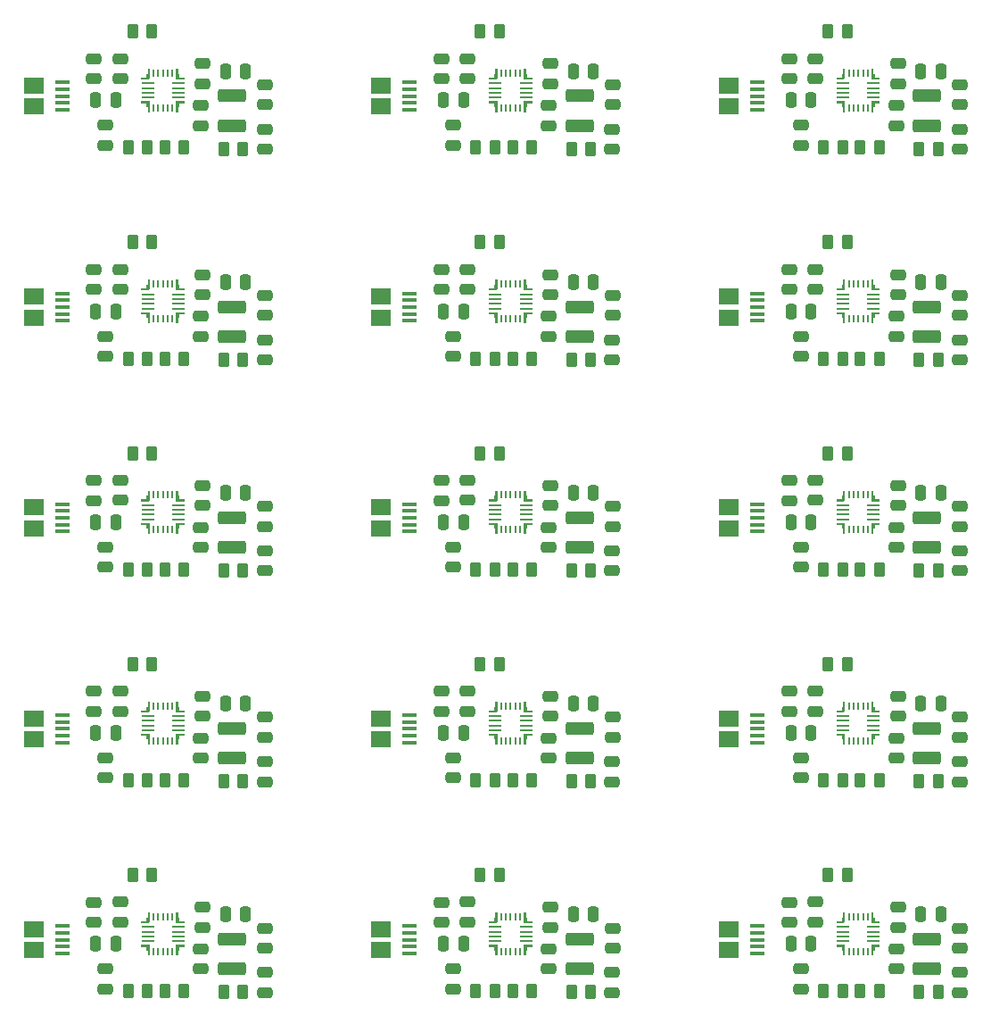
<source format=gbr>
%TF.GenerationSoftware,KiCad,Pcbnew,(6.0.11)*%
%TF.CreationDate,2023-10-19T09:40:57-03:00*%
%TF.ProjectId,gerenciador_de_bateria_2.0,67657265-6e63-4696-9164-6f725f64655f,rev?*%
%TF.SameCoordinates,Original*%
%TF.FileFunction,Paste,Top*%
%TF.FilePolarity,Positive*%
%FSLAX46Y46*%
G04 Gerber Fmt 4.6, Leading zero omitted, Abs format (unit mm)*
G04 Created by KiCad (PCBNEW (6.0.11)) date 2023-10-19 09:40:57*
%MOMM*%
%LPD*%
G01*
G04 APERTURE LIST*
G04 Aperture macros list*
%AMRoundRect*
0 Rectangle with rounded corners*
0 $1 Rounding radius*
0 $2 $3 $4 $5 $6 $7 $8 $9 X,Y pos of 4 corners*
0 Add a 4 corners polygon primitive as box body*
4,1,4,$2,$3,$4,$5,$6,$7,$8,$9,$2,$3,0*
0 Add four circle primitives for the rounded corners*
1,1,$1+$1,$2,$3*
1,1,$1+$1,$4,$5*
1,1,$1+$1,$6,$7*
1,1,$1+$1,$8,$9*
0 Add four rect primitives between the rounded corners*
20,1,$1+$1,$2,$3,$4,$5,0*
20,1,$1+$1,$4,$5,$6,$7,0*
20,1,$1+$1,$6,$7,$8,$9,0*
20,1,$1+$1,$8,$9,$2,$3,0*%
G04 Aperture macros list end*
%ADD10R,1.350000X0.400000*%
%ADD11R,1.900000X1.500000*%
%ADD12RoundRect,0.250000X-0.475000X0.250000X-0.475000X-0.250000X0.475000X-0.250000X0.475000X0.250000X0*%
%ADD13RoundRect,0.250000X0.475000X-0.250000X0.475000X0.250000X-0.475000X0.250000X-0.475000X-0.250000X0*%
%ADD14RoundRect,0.250000X0.262500X0.450000X-0.262500X0.450000X-0.262500X-0.450000X0.262500X-0.450000X0*%
%ADD15RoundRect,0.250000X-0.250000X-0.475000X0.250000X-0.475000X0.250000X0.475000X-0.250000X0.475000X0*%
%ADD16RoundRect,0.250000X1.075000X-0.375000X1.075000X0.375000X-1.075000X0.375000X-1.075000X-0.375000X0*%
%ADD17R,0.127000X0.127000*%
%ADD18R,1.200000X0.200000*%
%ADD19R,0.200000X0.800000*%
%ADD20RoundRect,0.250000X-0.262500X-0.450000X0.262500X-0.450000X0.262500X0.450000X-0.262500X0.450000X0*%
%ADD21RoundRect,0.250000X0.250000X0.475000X-0.250000X0.475000X-0.250000X-0.475000X0.250000X-0.475000X0*%
G04 APERTURE END LIST*
%TO.C,U1*%
G36*
X183658500Y-148343500D02*
G01*
X183458500Y-148343500D01*
X183458500Y-147843500D01*
X183358500Y-147843500D01*
X183358500Y-147518500D01*
X182858500Y-147518500D01*
X182858500Y-147318500D01*
X183658500Y-147318500D01*
X183658500Y-148343500D01*
G37*
G36*
X183658500Y-145118499D02*
G01*
X183508500Y-145268499D01*
X182858500Y-145268499D01*
X182858500Y-145068499D01*
X183358500Y-145068499D01*
X183358500Y-144743499D01*
X183458500Y-144743499D01*
X183458500Y-144243499D01*
X183658500Y-144243499D01*
X183658500Y-145118499D01*
G37*
G36*
X186358500Y-144743497D02*
G01*
X186458500Y-144743497D01*
X186458500Y-145068497D01*
X186958500Y-145068497D01*
X186958500Y-145268497D01*
X186158500Y-145268497D01*
X186158500Y-144243497D01*
X186358500Y-144243497D01*
X186358500Y-144743497D01*
G37*
G36*
X186958500Y-147518503D02*
G01*
X186458500Y-147518503D01*
X186458500Y-147843503D01*
X186358500Y-147843503D01*
X186358500Y-148343503D01*
X186158500Y-148343503D01*
X186158500Y-147318503D01*
X186958500Y-147318503D01*
X186958500Y-147518503D01*
G37*
G36*
X150658500Y-148343500D02*
G01*
X150458500Y-148343500D01*
X150458500Y-147843500D01*
X150358500Y-147843500D01*
X150358500Y-147518500D01*
X149858500Y-147518500D01*
X149858500Y-147318500D01*
X150658500Y-147318500D01*
X150658500Y-148343500D01*
G37*
G36*
X150658500Y-145118499D02*
G01*
X150508500Y-145268499D01*
X149858500Y-145268499D01*
X149858500Y-145068499D01*
X150358500Y-145068499D01*
X150358500Y-144743499D01*
X150458500Y-144743499D01*
X150458500Y-144243499D01*
X150658500Y-144243499D01*
X150658500Y-145118499D01*
G37*
G36*
X153358500Y-144743497D02*
G01*
X153458500Y-144743497D01*
X153458500Y-145068497D01*
X153958500Y-145068497D01*
X153958500Y-145268497D01*
X153158500Y-145268497D01*
X153158500Y-144243497D01*
X153358500Y-144243497D01*
X153358500Y-144743497D01*
G37*
G36*
X153958500Y-147518503D02*
G01*
X153458500Y-147518503D01*
X153458500Y-147843503D01*
X153358500Y-147843503D01*
X153358500Y-148343503D01*
X153158500Y-148343503D01*
X153158500Y-147318503D01*
X153958500Y-147318503D01*
X153958500Y-147518503D01*
G37*
G36*
X117658500Y-148343500D02*
G01*
X117458500Y-148343500D01*
X117458500Y-147843500D01*
X117358500Y-147843500D01*
X117358500Y-147518500D01*
X116858500Y-147518500D01*
X116858500Y-147318500D01*
X117658500Y-147318500D01*
X117658500Y-148343500D01*
G37*
G36*
X117658500Y-145118499D02*
G01*
X117508500Y-145268499D01*
X116858500Y-145268499D01*
X116858500Y-145068499D01*
X117358500Y-145068499D01*
X117358500Y-144743499D01*
X117458500Y-144743499D01*
X117458500Y-144243499D01*
X117658500Y-144243499D01*
X117658500Y-145118499D01*
G37*
G36*
X120358500Y-144743497D02*
G01*
X120458500Y-144743497D01*
X120458500Y-145068497D01*
X120958500Y-145068497D01*
X120958500Y-145268497D01*
X120158500Y-145268497D01*
X120158500Y-144243497D01*
X120358500Y-144243497D01*
X120358500Y-144743497D01*
G37*
G36*
X120958500Y-147518503D02*
G01*
X120458500Y-147518503D01*
X120458500Y-147843503D01*
X120358500Y-147843503D01*
X120358500Y-148343503D01*
X120158500Y-148343503D01*
X120158500Y-147318503D01*
X120958500Y-147318503D01*
X120958500Y-147518503D01*
G37*
G36*
X183658500Y-128343500D02*
G01*
X183458500Y-128343500D01*
X183458500Y-127843500D01*
X183358500Y-127843500D01*
X183358500Y-127518500D01*
X182858500Y-127518500D01*
X182858500Y-127318500D01*
X183658500Y-127318500D01*
X183658500Y-128343500D01*
G37*
G36*
X183658500Y-125118499D02*
G01*
X183508500Y-125268499D01*
X182858500Y-125268499D01*
X182858500Y-125068499D01*
X183358500Y-125068499D01*
X183358500Y-124743499D01*
X183458500Y-124743499D01*
X183458500Y-124243499D01*
X183658500Y-124243499D01*
X183658500Y-125118499D01*
G37*
G36*
X186358500Y-124743497D02*
G01*
X186458500Y-124743497D01*
X186458500Y-125068497D01*
X186958500Y-125068497D01*
X186958500Y-125268497D01*
X186158500Y-125268497D01*
X186158500Y-124243497D01*
X186358500Y-124243497D01*
X186358500Y-124743497D01*
G37*
G36*
X186958500Y-127518503D02*
G01*
X186458500Y-127518503D01*
X186458500Y-127843503D01*
X186358500Y-127843503D01*
X186358500Y-128343503D01*
X186158500Y-128343503D01*
X186158500Y-127318503D01*
X186958500Y-127318503D01*
X186958500Y-127518503D01*
G37*
G36*
X150658500Y-128343500D02*
G01*
X150458500Y-128343500D01*
X150458500Y-127843500D01*
X150358500Y-127843500D01*
X150358500Y-127518500D01*
X149858500Y-127518500D01*
X149858500Y-127318500D01*
X150658500Y-127318500D01*
X150658500Y-128343500D01*
G37*
G36*
X150658500Y-125118499D02*
G01*
X150508500Y-125268499D01*
X149858500Y-125268499D01*
X149858500Y-125068499D01*
X150358500Y-125068499D01*
X150358500Y-124743499D01*
X150458500Y-124743499D01*
X150458500Y-124243499D01*
X150658500Y-124243499D01*
X150658500Y-125118499D01*
G37*
G36*
X153358500Y-124743497D02*
G01*
X153458500Y-124743497D01*
X153458500Y-125068497D01*
X153958500Y-125068497D01*
X153958500Y-125268497D01*
X153158500Y-125268497D01*
X153158500Y-124243497D01*
X153358500Y-124243497D01*
X153358500Y-124743497D01*
G37*
G36*
X153958500Y-127518503D02*
G01*
X153458500Y-127518503D01*
X153458500Y-127843503D01*
X153358500Y-127843503D01*
X153358500Y-128343503D01*
X153158500Y-128343503D01*
X153158500Y-127318503D01*
X153958500Y-127318503D01*
X153958500Y-127518503D01*
G37*
G36*
X117658500Y-128343500D02*
G01*
X117458500Y-128343500D01*
X117458500Y-127843500D01*
X117358500Y-127843500D01*
X117358500Y-127518500D01*
X116858500Y-127518500D01*
X116858500Y-127318500D01*
X117658500Y-127318500D01*
X117658500Y-128343500D01*
G37*
G36*
X117658500Y-125118499D02*
G01*
X117508500Y-125268499D01*
X116858500Y-125268499D01*
X116858500Y-125068499D01*
X117358500Y-125068499D01*
X117358500Y-124743499D01*
X117458500Y-124743499D01*
X117458500Y-124243499D01*
X117658500Y-124243499D01*
X117658500Y-125118499D01*
G37*
G36*
X120358500Y-124743497D02*
G01*
X120458500Y-124743497D01*
X120458500Y-125068497D01*
X120958500Y-125068497D01*
X120958500Y-125268497D01*
X120158500Y-125268497D01*
X120158500Y-124243497D01*
X120358500Y-124243497D01*
X120358500Y-124743497D01*
G37*
G36*
X120958500Y-127518503D02*
G01*
X120458500Y-127518503D01*
X120458500Y-127843503D01*
X120358500Y-127843503D01*
X120358500Y-128343503D01*
X120158500Y-128343503D01*
X120158500Y-127318503D01*
X120958500Y-127318503D01*
X120958500Y-127518503D01*
G37*
G36*
X183658500Y-108343500D02*
G01*
X183458500Y-108343500D01*
X183458500Y-107843500D01*
X183358500Y-107843500D01*
X183358500Y-107518500D01*
X182858500Y-107518500D01*
X182858500Y-107318500D01*
X183658500Y-107318500D01*
X183658500Y-108343500D01*
G37*
G36*
X183658500Y-105118499D02*
G01*
X183508500Y-105268499D01*
X182858500Y-105268499D01*
X182858500Y-105068499D01*
X183358500Y-105068499D01*
X183358500Y-104743499D01*
X183458500Y-104743499D01*
X183458500Y-104243499D01*
X183658500Y-104243499D01*
X183658500Y-105118499D01*
G37*
G36*
X186358500Y-104743497D02*
G01*
X186458500Y-104743497D01*
X186458500Y-105068497D01*
X186958500Y-105068497D01*
X186958500Y-105268497D01*
X186158500Y-105268497D01*
X186158500Y-104243497D01*
X186358500Y-104243497D01*
X186358500Y-104743497D01*
G37*
G36*
X186958500Y-107518503D02*
G01*
X186458500Y-107518503D01*
X186458500Y-107843503D01*
X186358500Y-107843503D01*
X186358500Y-108343503D01*
X186158500Y-108343503D01*
X186158500Y-107318503D01*
X186958500Y-107318503D01*
X186958500Y-107518503D01*
G37*
G36*
X150658500Y-108343500D02*
G01*
X150458500Y-108343500D01*
X150458500Y-107843500D01*
X150358500Y-107843500D01*
X150358500Y-107518500D01*
X149858500Y-107518500D01*
X149858500Y-107318500D01*
X150658500Y-107318500D01*
X150658500Y-108343500D01*
G37*
G36*
X150658500Y-105118499D02*
G01*
X150508500Y-105268499D01*
X149858500Y-105268499D01*
X149858500Y-105068499D01*
X150358500Y-105068499D01*
X150358500Y-104743499D01*
X150458500Y-104743499D01*
X150458500Y-104243499D01*
X150658500Y-104243499D01*
X150658500Y-105118499D01*
G37*
G36*
X153358500Y-104743497D02*
G01*
X153458500Y-104743497D01*
X153458500Y-105068497D01*
X153958500Y-105068497D01*
X153958500Y-105268497D01*
X153158500Y-105268497D01*
X153158500Y-104243497D01*
X153358500Y-104243497D01*
X153358500Y-104743497D01*
G37*
G36*
X153958500Y-107518503D02*
G01*
X153458500Y-107518503D01*
X153458500Y-107843503D01*
X153358500Y-107843503D01*
X153358500Y-108343503D01*
X153158500Y-108343503D01*
X153158500Y-107318503D01*
X153958500Y-107318503D01*
X153958500Y-107518503D01*
G37*
G36*
X117658500Y-108343500D02*
G01*
X117458500Y-108343500D01*
X117458500Y-107843500D01*
X117358500Y-107843500D01*
X117358500Y-107518500D01*
X116858500Y-107518500D01*
X116858500Y-107318500D01*
X117658500Y-107318500D01*
X117658500Y-108343500D01*
G37*
G36*
X117658500Y-105118499D02*
G01*
X117508500Y-105268499D01*
X116858500Y-105268499D01*
X116858500Y-105068499D01*
X117358500Y-105068499D01*
X117358500Y-104743499D01*
X117458500Y-104743499D01*
X117458500Y-104243499D01*
X117658500Y-104243499D01*
X117658500Y-105118499D01*
G37*
G36*
X120358500Y-104743497D02*
G01*
X120458500Y-104743497D01*
X120458500Y-105068497D01*
X120958500Y-105068497D01*
X120958500Y-105268497D01*
X120158500Y-105268497D01*
X120158500Y-104243497D01*
X120358500Y-104243497D01*
X120358500Y-104743497D01*
G37*
G36*
X120958500Y-107518503D02*
G01*
X120458500Y-107518503D01*
X120458500Y-107843503D01*
X120358500Y-107843503D01*
X120358500Y-108343503D01*
X120158500Y-108343503D01*
X120158500Y-107318503D01*
X120958500Y-107318503D01*
X120958500Y-107518503D01*
G37*
G36*
X183658500Y-88343500D02*
G01*
X183458500Y-88343500D01*
X183458500Y-87843500D01*
X183358500Y-87843500D01*
X183358500Y-87518500D01*
X182858500Y-87518500D01*
X182858500Y-87318500D01*
X183658500Y-87318500D01*
X183658500Y-88343500D01*
G37*
G36*
X183658500Y-85118499D02*
G01*
X183508500Y-85268499D01*
X182858500Y-85268499D01*
X182858500Y-85068499D01*
X183358500Y-85068499D01*
X183358500Y-84743499D01*
X183458500Y-84743499D01*
X183458500Y-84243499D01*
X183658500Y-84243499D01*
X183658500Y-85118499D01*
G37*
G36*
X186358500Y-84743497D02*
G01*
X186458500Y-84743497D01*
X186458500Y-85068497D01*
X186958500Y-85068497D01*
X186958500Y-85268497D01*
X186158500Y-85268497D01*
X186158500Y-84243497D01*
X186358500Y-84243497D01*
X186358500Y-84743497D01*
G37*
G36*
X186958500Y-87518503D02*
G01*
X186458500Y-87518503D01*
X186458500Y-87843503D01*
X186358500Y-87843503D01*
X186358500Y-88343503D01*
X186158500Y-88343503D01*
X186158500Y-87318503D01*
X186958500Y-87318503D01*
X186958500Y-87518503D01*
G37*
G36*
X150658500Y-88343500D02*
G01*
X150458500Y-88343500D01*
X150458500Y-87843500D01*
X150358500Y-87843500D01*
X150358500Y-87518500D01*
X149858500Y-87518500D01*
X149858500Y-87318500D01*
X150658500Y-87318500D01*
X150658500Y-88343500D01*
G37*
G36*
X150658500Y-85118499D02*
G01*
X150508500Y-85268499D01*
X149858500Y-85268499D01*
X149858500Y-85068499D01*
X150358500Y-85068499D01*
X150358500Y-84743499D01*
X150458500Y-84743499D01*
X150458500Y-84243499D01*
X150658500Y-84243499D01*
X150658500Y-85118499D01*
G37*
G36*
X153358500Y-84743497D02*
G01*
X153458500Y-84743497D01*
X153458500Y-85068497D01*
X153958500Y-85068497D01*
X153958500Y-85268497D01*
X153158500Y-85268497D01*
X153158500Y-84243497D01*
X153358500Y-84243497D01*
X153358500Y-84743497D01*
G37*
G36*
X153958500Y-87518503D02*
G01*
X153458500Y-87518503D01*
X153458500Y-87843503D01*
X153358500Y-87843503D01*
X153358500Y-88343503D01*
X153158500Y-88343503D01*
X153158500Y-87318503D01*
X153958500Y-87318503D01*
X153958500Y-87518503D01*
G37*
G36*
X117658500Y-88343500D02*
G01*
X117458500Y-88343500D01*
X117458500Y-87843500D01*
X117358500Y-87843500D01*
X117358500Y-87518500D01*
X116858500Y-87518500D01*
X116858500Y-87318500D01*
X117658500Y-87318500D01*
X117658500Y-88343500D01*
G37*
G36*
X117658500Y-85118499D02*
G01*
X117508500Y-85268499D01*
X116858500Y-85268499D01*
X116858500Y-85068499D01*
X117358500Y-85068499D01*
X117358500Y-84743499D01*
X117458500Y-84743499D01*
X117458500Y-84243499D01*
X117658500Y-84243499D01*
X117658500Y-85118499D01*
G37*
G36*
X120358500Y-84743497D02*
G01*
X120458500Y-84743497D01*
X120458500Y-85068497D01*
X120958500Y-85068497D01*
X120958500Y-85268497D01*
X120158500Y-85268497D01*
X120158500Y-84243497D01*
X120358500Y-84243497D01*
X120358500Y-84743497D01*
G37*
G36*
X120958500Y-87518503D02*
G01*
X120458500Y-87518503D01*
X120458500Y-87843503D01*
X120358500Y-87843503D01*
X120358500Y-88343503D01*
X120158500Y-88343503D01*
X120158500Y-87318503D01*
X120958500Y-87318503D01*
X120958500Y-87518503D01*
G37*
G36*
X183658500Y-68343500D02*
G01*
X183458500Y-68343500D01*
X183458500Y-67843500D01*
X183358500Y-67843500D01*
X183358500Y-67518500D01*
X182858500Y-67518500D01*
X182858500Y-67318500D01*
X183658500Y-67318500D01*
X183658500Y-68343500D01*
G37*
G36*
X183658500Y-65118499D02*
G01*
X183508500Y-65268499D01*
X182858500Y-65268499D01*
X182858500Y-65068499D01*
X183358500Y-65068499D01*
X183358500Y-64743499D01*
X183458500Y-64743499D01*
X183458500Y-64243499D01*
X183658500Y-64243499D01*
X183658500Y-65118499D01*
G37*
G36*
X186358500Y-64743497D02*
G01*
X186458500Y-64743497D01*
X186458500Y-65068497D01*
X186958500Y-65068497D01*
X186958500Y-65268497D01*
X186158500Y-65268497D01*
X186158500Y-64243497D01*
X186358500Y-64243497D01*
X186358500Y-64743497D01*
G37*
G36*
X186958500Y-67518503D02*
G01*
X186458500Y-67518503D01*
X186458500Y-67843503D01*
X186358500Y-67843503D01*
X186358500Y-68343503D01*
X186158500Y-68343503D01*
X186158500Y-67318503D01*
X186958500Y-67318503D01*
X186958500Y-67518503D01*
G37*
G36*
X150658500Y-68343500D02*
G01*
X150458500Y-68343500D01*
X150458500Y-67843500D01*
X150358500Y-67843500D01*
X150358500Y-67518500D01*
X149858500Y-67518500D01*
X149858500Y-67318500D01*
X150658500Y-67318500D01*
X150658500Y-68343500D01*
G37*
G36*
X150658500Y-65118499D02*
G01*
X150508500Y-65268499D01*
X149858500Y-65268499D01*
X149858500Y-65068499D01*
X150358500Y-65068499D01*
X150358500Y-64743499D01*
X150458500Y-64743499D01*
X150458500Y-64243499D01*
X150658500Y-64243499D01*
X150658500Y-65118499D01*
G37*
G36*
X153358500Y-64743497D02*
G01*
X153458500Y-64743497D01*
X153458500Y-65068497D01*
X153958500Y-65068497D01*
X153958500Y-65268497D01*
X153158500Y-65268497D01*
X153158500Y-64243497D01*
X153358500Y-64243497D01*
X153358500Y-64743497D01*
G37*
G36*
X153958500Y-67518503D02*
G01*
X153458500Y-67518503D01*
X153458500Y-67843503D01*
X153358500Y-67843503D01*
X153358500Y-68343503D01*
X153158500Y-68343503D01*
X153158500Y-67318503D01*
X153958500Y-67318503D01*
X153958500Y-67518503D01*
G37*
G36*
X117658500Y-68343500D02*
G01*
X117458500Y-68343500D01*
X117458500Y-67843500D01*
X117358500Y-67843500D01*
X117358500Y-67518500D01*
X116858500Y-67518500D01*
X116858500Y-67318500D01*
X117658500Y-67318500D01*
X117658500Y-68343500D01*
G37*
G36*
X117658500Y-65118499D02*
G01*
X117508500Y-65268499D01*
X116858500Y-65268499D01*
X116858500Y-65068499D01*
X117358500Y-65068499D01*
X117358500Y-64743499D01*
X117458500Y-64743499D01*
X117458500Y-64243499D01*
X117658500Y-64243499D01*
X117658500Y-65118499D01*
G37*
G36*
X120358500Y-64743497D02*
G01*
X120458500Y-64743497D01*
X120458500Y-65068497D01*
X120958500Y-65068497D01*
X120958500Y-65268497D01*
X120158500Y-65268497D01*
X120158500Y-64243497D01*
X120358500Y-64243497D01*
X120358500Y-64743497D01*
G37*
G36*
X120958500Y-67518503D02*
G01*
X120458500Y-67518503D01*
X120458500Y-67843503D01*
X120358500Y-67843503D01*
X120358500Y-68343503D01*
X120158500Y-68343503D01*
X120158500Y-67318503D01*
X120958500Y-67318503D01*
X120958500Y-67518503D01*
G37*
%TD*%
D10*
%TO.C,USB*%
X175330600Y-145527101D03*
X175330600Y-146177101D03*
X175330600Y-146827101D03*
X175330600Y-147477101D03*
X175330600Y-148127101D03*
D11*
X172630600Y-147827101D03*
X172630600Y-145827101D03*
%TD*%
D12*
%TO.C,C9*%
X188678500Y-143753501D03*
X188678500Y-145653501D03*
%TD*%
D13*
%TO.C,C5*%
X179428500Y-151493501D03*
X179428500Y-149593501D03*
%TD*%
D14*
%TO.C,R2*%
X183416600Y-151709501D03*
X181591600Y-151709501D03*
%TD*%
D15*
%TO.C,C7*%
X190838500Y-144443501D03*
X192738500Y-144443501D03*
%TD*%
D13*
%TO.C,C12*%
X180838500Y-145163501D03*
X180838500Y-143263501D03*
%TD*%
D14*
%TO.C,R10*%
X186921800Y-151709501D03*
X185096800Y-151709501D03*
%TD*%
%TO.C,RILIM1*%
X183851000Y-140693501D03*
X182026000Y-140693501D03*
%TD*%
D13*
%TO.C,C6*%
X194543700Y-151846701D03*
X194543700Y-149946701D03*
%TD*%
%TO.C,C4*%
X188498500Y-149611501D03*
X188498500Y-147711501D03*
%TD*%
%TO.C,C1*%
X178368500Y-145183501D03*
X178368500Y-143283501D03*
%TD*%
D16*
%TO.C,L1*%
X191448500Y-149613501D03*
X191448500Y-146813501D03*
%TD*%
D17*
%TO.C,U1*%
X183258500Y-145168499D03*
D18*
X183458500Y-145618501D03*
X183458500Y-146068500D03*
X183458500Y-146518502D03*
X183458500Y-146968501D03*
D17*
X183258500Y-147418500D03*
X183558500Y-147943500D03*
D19*
X184008499Y-147943500D03*
X184458501Y-147943500D03*
X184908500Y-147943500D03*
X185358499Y-147943500D03*
X185808501Y-147943500D03*
D17*
X186258500Y-147943500D03*
X186558500Y-147418503D03*
D18*
X186358500Y-146968501D03*
X186358500Y-146518502D03*
X186358500Y-146068500D03*
X186358500Y-145618501D03*
D17*
X186558500Y-145168502D03*
X186258500Y-144643502D03*
D19*
X185808501Y-144643502D03*
X185358499Y-144643502D03*
X184908500Y-144643502D03*
X184458501Y-144643502D03*
X184008499Y-144643502D03*
D17*
X183558500Y-144643502D03*
%TD*%
D13*
%TO.C,C10*%
X194578500Y-147633501D03*
X194578500Y-145733501D03*
%TD*%
D20*
%TO.C,R3*%
X190684800Y-151811101D03*
X192509800Y-151811101D03*
%TD*%
D21*
%TO.C,C3*%
X180428500Y-147223501D03*
X178528500Y-147223501D03*
%TD*%
D10*
%TO.C,USB*%
X142330600Y-145527101D03*
X142330600Y-146177101D03*
X142330600Y-146827101D03*
X142330600Y-147477101D03*
X142330600Y-148127101D03*
D11*
X139630600Y-147827101D03*
X139630600Y-145827101D03*
%TD*%
D12*
%TO.C,C9*%
X155678500Y-143753501D03*
X155678500Y-145653501D03*
%TD*%
D13*
%TO.C,C5*%
X146428500Y-151493501D03*
X146428500Y-149593501D03*
%TD*%
D14*
%TO.C,R2*%
X150416600Y-151709501D03*
X148591600Y-151709501D03*
%TD*%
D15*
%TO.C,C7*%
X157838500Y-144443501D03*
X159738500Y-144443501D03*
%TD*%
D13*
%TO.C,C12*%
X147838500Y-145163501D03*
X147838500Y-143263501D03*
%TD*%
D14*
%TO.C,R10*%
X153921800Y-151709501D03*
X152096800Y-151709501D03*
%TD*%
%TO.C,RILIM1*%
X150851000Y-140693501D03*
X149026000Y-140693501D03*
%TD*%
D13*
%TO.C,C6*%
X161543700Y-151846701D03*
X161543700Y-149946701D03*
%TD*%
%TO.C,C4*%
X155498500Y-149611501D03*
X155498500Y-147711501D03*
%TD*%
%TO.C,C1*%
X145368500Y-145183501D03*
X145368500Y-143283501D03*
%TD*%
D16*
%TO.C,L1*%
X158448500Y-149613501D03*
X158448500Y-146813501D03*
%TD*%
D17*
%TO.C,U1*%
X150258500Y-145168499D03*
D18*
X150458500Y-145618501D03*
X150458500Y-146068500D03*
X150458500Y-146518502D03*
X150458500Y-146968501D03*
D17*
X150258500Y-147418500D03*
X150558500Y-147943500D03*
D19*
X151008499Y-147943500D03*
X151458501Y-147943500D03*
X151908500Y-147943500D03*
X152358499Y-147943500D03*
X152808501Y-147943500D03*
D17*
X153258500Y-147943500D03*
X153558500Y-147418503D03*
D18*
X153358500Y-146968501D03*
X153358500Y-146518502D03*
X153358500Y-146068500D03*
X153358500Y-145618501D03*
D17*
X153558500Y-145168502D03*
X153258500Y-144643502D03*
D19*
X152808501Y-144643502D03*
X152358499Y-144643502D03*
X151908500Y-144643502D03*
X151458501Y-144643502D03*
X151008499Y-144643502D03*
D17*
X150558500Y-144643502D03*
%TD*%
D13*
%TO.C,C10*%
X161578500Y-147633501D03*
X161578500Y-145733501D03*
%TD*%
D20*
%TO.C,R3*%
X157684800Y-151811101D03*
X159509800Y-151811101D03*
%TD*%
D21*
%TO.C,C3*%
X147428500Y-147223501D03*
X145528500Y-147223501D03*
%TD*%
D10*
%TO.C,USB*%
X109330600Y-145527101D03*
X109330600Y-146177101D03*
X109330600Y-146827101D03*
X109330600Y-147477101D03*
X109330600Y-148127101D03*
D11*
X106630600Y-147827101D03*
X106630600Y-145827101D03*
%TD*%
D12*
%TO.C,C9*%
X122678500Y-143753501D03*
X122678500Y-145653501D03*
%TD*%
D13*
%TO.C,C5*%
X113428500Y-151493501D03*
X113428500Y-149593501D03*
%TD*%
D14*
%TO.C,R2*%
X117416600Y-151709501D03*
X115591600Y-151709501D03*
%TD*%
D15*
%TO.C,C7*%
X124838500Y-144443501D03*
X126738500Y-144443501D03*
%TD*%
D13*
%TO.C,C12*%
X114838500Y-145163501D03*
X114838500Y-143263501D03*
%TD*%
D14*
%TO.C,R10*%
X120921800Y-151709501D03*
X119096800Y-151709501D03*
%TD*%
%TO.C,RILIM1*%
X117851000Y-140693501D03*
X116026000Y-140693501D03*
%TD*%
D13*
%TO.C,C6*%
X128543700Y-151846701D03*
X128543700Y-149946701D03*
%TD*%
%TO.C,C4*%
X122498500Y-149611501D03*
X122498500Y-147711501D03*
%TD*%
%TO.C,C1*%
X112368500Y-145183501D03*
X112368500Y-143283501D03*
%TD*%
D16*
%TO.C,L1*%
X125448500Y-149613501D03*
X125448500Y-146813501D03*
%TD*%
D17*
%TO.C,U1*%
X117258500Y-145168499D03*
D18*
X117458500Y-145618501D03*
X117458500Y-146068500D03*
X117458500Y-146518502D03*
X117458500Y-146968501D03*
D17*
X117258500Y-147418500D03*
X117558500Y-147943500D03*
D19*
X118008499Y-147943500D03*
X118458501Y-147943500D03*
X118908500Y-147943500D03*
X119358499Y-147943500D03*
X119808501Y-147943500D03*
D17*
X120258500Y-147943500D03*
X120558500Y-147418503D03*
D18*
X120358500Y-146968501D03*
X120358500Y-146518502D03*
X120358500Y-146068500D03*
X120358500Y-145618501D03*
D17*
X120558500Y-145168502D03*
X120258500Y-144643502D03*
D19*
X119808501Y-144643502D03*
X119358499Y-144643502D03*
X118908500Y-144643502D03*
X118458501Y-144643502D03*
X118008499Y-144643502D03*
D17*
X117558500Y-144643502D03*
%TD*%
D13*
%TO.C,C10*%
X128578500Y-147633501D03*
X128578500Y-145733501D03*
%TD*%
D20*
%TO.C,R3*%
X124684800Y-151811101D03*
X126509800Y-151811101D03*
%TD*%
D21*
%TO.C,C3*%
X114428500Y-147223501D03*
X112528500Y-147223501D03*
%TD*%
D10*
%TO.C,USB*%
X175330600Y-125527101D03*
X175330600Y-126177101D03*
X175330600Y-126827101D03*
X175330600Y-127477101D03*
X175330600Y-128127101D03*
D11*
X172630600Y-127827101D03*
X172630600Y-125827101D03*
%TD*%
D12*
%TO.C,C9*%
X188678500Y-123753501D03*
X188678500Y-125653501D03*
%TD*%
D13*
%TO.C,C5*%
X179428500Y-131493501D03*
X179428500Y-129593501D03*
%TD*%
D14*
%TO.C,R2*%
X183416600Y-131709501D03*
X181591600Y-131709501D03*
%TD*%
D15*
%TO.C,C7*%
X190838500Y-124443501D03*
X192738500Y-124443501D03*
%TD*%
D13*
%TO.C,C12*%
X180838500Y-125163501D03*
X180838500Y-123263501D03*
%TD*%
D14*
%TO.C,R10*%
X186921800Y-131709501D03*
X185096800Y-131709501D03*
%TD*%
%TO.C,RILIM1*%
X183851000Y-120693501D03*
X182026000Y-120693501D03*
%TD*%
D13*
%TO.C,C6*%
X194543700Y-131846701D03*
X194543700Y-129946701D03*
%TD*%
%TO.C,C4*%
X188498500Y-129611501D03*
X188498500Y-127711501D03*
%TD*%
%TO.C,C1*%
X178368500Y-125183501D03*
X178368500Y-123283501D03*
%TD*%
D16*
%TO.C,L1*%
X191448500Y-129613501D03*
X191448500Y-126813501D03*
%TD*%
D17*
%TO.C,U1*%
X183258500Y-125168499D03*
D18*
X183458500Y-125618501D03*
X183458500Y-126068500D03*
X183458500Y-126518502D03*
X183458500Y-126968501D03*
D17*
X183258500Y-127418500D03*
X183558500Y-127943500D03*
D19*
X184008499Y-127943500D03*
X184458501Y-127943500D03*
X184908500Y-127943500D03*
X185358499Y-127943500D03*
X185808501Y-127943500D03*
D17*
X186258500Y-127943500D03*
X186558500Y-127418503D03*
D18*
X186358500Y-126968501D03*
X186358500Y-126518502D03*
X186358500Y-126068500D03*
X186358500Y-125618501D03*
D17*
X186558500Y-125168502D03*
X186258500Y-124643502D03*
D19*
X185808501Y-124643502D03*
X185358499Y-124643502D03*
X184908500Y-124643502D03*
X184458501Y-124643502D03*
X184008499Y-124643502D03*
D17*
X183558500Y-124643502D03*
%TD*%
D13*
%TO.C,C10*%
X194578500Y-127633501D03*
X194578500Y-125733501D03*
%TD*%
D20*
%TO.C,R3*%
X190684800Y-131811101D03*
X192509800Y-131811101D03*
%TD*%
D21*
%TO.C,C3*%
X180428500Y-127223501D03*
X178528500Y-127223501D03*
%TD*%
D10*
%TO.C,USB*%
X142330600Y-125527101D03*
X142330600Y-126177101D03*
X142330600Y-126827101D03*
X142330600Y-127477101D03*
X142330600Y-128127101D03*
D11*
X139630600Y-127827101D03*
X139630600Y-125827101D03*
%TD*%
D12*
%TO.C,C9*%
X155678500Y-123753501D03*
X155678500Y-125653501D03*
%TD*%
D13*
%TO.C,C5*%
X146428500Y-131493501D03*
X146428500Y-129593501D03*
%TD*%
D14*
%TO.C,R2*%
X150416600Y-131709501D03*
X148591600Y-131709501D03*
%TD*%
D15*
%TO.C,C7*%
X157838500Y-124443501D03*
X159738500Y-124443501D03*
%TD*%
D13*
%TO.C,C12*%
X147838500Y-125163501D03*
X147838500Y-123263501D03*
%TD*%
D14*
%TO.C,R10*%
X153921800Y-131709501D03*
X152096800Y-131709501D03*
%TD*%
%TO.C,RILIM1*%
X150851000Y-120693501D03*
X149026000Y-120693501D03*
%TD*%
D13*
%TO.C,C6*%
X161543700Y-131846701D03*
X161543700Y-129946701D03*
%TD*%
%TO.C,C4*%
X155498500Y-129611501D03*
X155498500Y-127711501D03*
%TD*%
%TO.C,C1*%
X145368500Y-125183501D03*
X145368500Y-123283501D03*
%TD*%
D16*
%TO.C,L1*%
X158448500Y-129613501D03*
X158448500Y-126813501D03*
%TD*%
D17*
%TO.C,U1*%
X150258500Y-125168499D03*
D18*
X150458500Y-125618501D03*
X150458500Y-126068500D03*
X150458500Y-126518502D03*
X150458500Y-126968501D03*
D17*
X150258500Y-127418500D03*
X150558500Y-127943500D03*
D19*
X151008499Y-127943500D03*
X151458501Y-127943500D03*
X151908500Y-127943500D03*
X152358499Y-127943500D03*
X152808501Y-127943500D03*
D17*
X153258500Y-127943500D03*
X153558500Y-127418503D03*
D18*
X153358500Y-126968501D03*
X153358500Y-126518502D03*
X153358500Y-126068500D03*
X153358500Y-125618501D03*
D17*
X153558500Y-125168502D03*
X153258500Y-124643502D03*
D19*
X152808501Y-124643502D03*
X152358499Y-124643502D03*
X151908500Y-124643502D03*
X151458501Y-124643502D03*
X151008499Y-124643502D03*
D17*
X150558500Y-124643502D03*
%TD*%
D13*
%TO.C,C10*%
X161578500Y-127633501D03*
X161578500Y-125733501D03*
%TD*%
D20*
%TO.C,R3*%
X157684800Y-131811101D03*
X159509800Y-131811101D03*
%TD*%
D21*
%TO.C,C3*%
X147428500Y-127223501D03*
X145528500Y-127223501D03*
%TD*%
D10*
%TO.C,USB*%
X109330600Y-125527101D03*
X109330600Y-126177101D03*
X109330600Y-126827101D03*
X109330600Y-127477101D03*
X109330600Y-128127101D03*
D11*
X106630600Y-127827101D03*
X106630600Y-125827101D03*
%TD*%
D12*
%TO.C,C9*%
X122678500Y-123753501D03*
X122678500Y-125653501D03*
%TD*%
D13*
%TO.C,C5*%
X113428500Y-131493501D03*
X113428500Y-129593501D03*
%TD*%
D14*
%TO.C,R2*%
X117416600Y-131709501D03*
X115591600Y-131709501D03*
%TD*%
D15*
%TO.C,C7*%
X124838500Y-124443501D03*
X126738500Y-124443501D03*
%TD*%
D13*
%TO.C,C12*%
X114838500Y-125163501D03*
X114838500Y-123263501D03*
%TD*%
D14*
%TO.C,R10*%
X120921800Y-131709501D03*
X119096800Y-131709501D03*
%TD*%
%TO.C,RILIM1*%
X117851000Y-120693501D03*
X116026000Y-120693501D03*
%TD*%
D13*
%TO.C,C6*%
X128543700Y-131846701D03*
X128543700Y-129946701D03*
%TD*%
%TO.C,C4*%
X122498500Y-129611501D03*
X122498500Y-127711501D03*
%TD*%
%TO.C,C1*%
X112368500Y-125183501D03*
X112368500Y-123283501D03*
%TD*%
D16*
%TO.C,L1*%
X125448500Y-129613501D03*
X125448500Y-126813501D03*
%TD*%
D17*
%TO.C,U1*%
X117258500Y-125168499D03*
D18*
X117458500Y-125618501D03*
X117458500Y-126068500D03*
X117458500Y-126518502D03*
X117458500Y-126968501D03*
D17*
X117258500Y-127418500D03*
X117558500Y-127943500D03*
D19*
X118008499Y-127943500D03*
X118458501Y-127943500D03*
X118908500Y-127943500D03*
X119358499Y-127943500D03*
X119808501Y-127943500D03*
D17*
X120258500Y-127943500D03*
X120558500Y-127418503D03*
D18*
X120358500Y-126968501D03*
X120358500Y-126518502D03*
X120358500Y-126068500D03*
X120358500Y-125618501D03*
D17*
X120558500Y-125168502D03*
X120258500Y-124643502D03*
D19*
X119808501Y-124643502D03*
X119358499Y-124643502D03*
X118908500Y-124643502D03*
X118458501Y-124643502D03*
X118008499Y-124643502D03*
D17*
X117558500Y-124643502D03*
%TD*%
D13*
%TO.C,C10*%
X128578500Y-127633501D03*
X128578500Y-125733501D03*
%TD*%
D20*
%TO.C,R3*%
X124684800Y-131811101D03*
X126509800Y-131811101D03*
%TD*%
D21*
%TO.C,C3*%
X114428500Y-127223501D03*
X112528500Y-127223501D03*
%TD*%
D10*
%TO.C,USB*%
X175330600Y-105527101D03*
X175330600Y-106177101D03*
X175330600Y-106827101D03*
X175330600Y-107477101D03*
X175330600Y-108127101D03*
D11*
X172630600Y-107827101D03*
X172630600Y-105827101D03*
%TD*%
D12*
%TO.C,C9*%
X188678500Y-103753501D03*
X188678500Y-105653501D03*
%TD*%
D13*
%TO.C,C5*%
X179428500Y-111493501D03*
X179428500Y-109593501D03*
%TD*%
D14*
%TO.C,R2*%
X183416600Y-111709501D03*
X181591600Y-111709501D03*
%TD*%
D15*
%TO.C,C7*%
X190838500Y-104443501D03*
X192738500Y-104443501D03*
%TD*%
D13*
%TO.C,C12*%
X180838500Y-105163501D03*
X180838500Y-103263501D03*
%TD*%
D14*
%TO.C,R10*%
X186921800Y-111709501D03*
X185096800Y-111709501D03*
%TD*%
%TO.C,RILIM1*%
X183851000Y-100693501D03*
X182026000Y-100693501D03*
%TD*%
D13*
%TO.C,C6*%
X194543700Y-111846701D03*
X194543700Y-109946701D03*
%TD*%
%TO.C,C4*%
X188498500Y-109611501D03*
X188498500Y-107711501D03*
%TD*%
%TO.C,C1*%
X178368500Y-105183501D03*
X178368500Y-103283501D03*
%TD*%
D16*
%TO.C,L1*%
X191448500Y-109613501D03*
X191448500Y-106813501D03*
%TD*%
D17*
%TO.C,U1*%
X183258500Y-105168499D03*
D18*
X183458500Y-105618501D03*
X183458500Y-106068500D03*
X183458500Y-106518502D03*
X183458500Y-106968501D03*
D17*
X183258500Y-107418500D03*
X183558500Y-107943500D03*
D19*
X184008499Y-107943500D03*
X184458501Y-107943500D03*
X184908500Y-107943500D03*
X185358499Y-107943500D03*
X185808501Y-107943500D03*
D17*
X186258500Y-107943500D03*
X186558500Y-107418503D03*
D18*
X186358500Y-106968501D03*
X186358500Y-106518502D03*
X186358500Y-106068500D03*
X186358500Y-105618501D03*
D17*
X186558500Y-105168502D03*
X186258500Y-104643502D03*
D19*
X185808501Y-104643502D03*
X185358499Y-104643502D03*
X184908500Y-104643502D03*
X184458501Y-104643502D03*
X184008499Y-104643502D03*
D17*
X183558500Y-104643502D03*
%TD*%
D13*
%TO.C,C10*%
X194578500Y-107633501D03*
X194578500Y-105733501D03*
%TD*%
D20*
%TO.C,R3*%
X190684800Y-111811101D03*
X192509800Y-111811101D03*
%TD*%
D21*
%TO.C,C3*%
X180428500Y-107223501D03*
X178528500Y-107223501D03*
%TD*%
D10*
%TO.C,USB*%
X142330600Y-105527101D03*
X142330600Y-106177101D03*
X142330600Y-106827101D03*
X142330600Y-107477101D03*
X142330600Y-108127101D03*
D11*
X139630600Y-107827101D03*
X139630600Y-105827101D03*
%TD*%
D12*
%TO.C,C9*%
X155678500Y-103753501D03*
X155678500Y-105653501D03*
%TD*%
D13*
%TO.C,C5*%
X146428500Y-111493501D03*
X146428500Y-109593501D03*
%TD*%
D14*
%TO.C,R2*%
X150416600Y-111709501D03*
X148591600Y-111709501D03*
%TD*%
D15*
%TO.C,C7*%
X157838500Y-104443501D03*
X159738500Y-104443501D03*
%TD*%
D13*
%TO.C,C12*%
X147838500Y-105163501D03*
X147838500Y-103263501D03*
%TD*%
D14*
%TO.C,R10*%
X153921800Y-111709501D03*
X152096800Y-111709501D03*
%TD*%
%TO.C,RILIM1*%
X150851000Y-100693501D03*
X149026000Y-100693501D03*
%TD*%
D13*
%TO.C,C6*%
X161543700Y-111846701D03*
X161543700Y-109946701D03*
%TD*%
%TO.C,C4*%
X155498500Y-109611501D03*
X155498500Y-107711501D03*
%TD*%
%TO.C,C1*%
X145368500Y-105183501D03*
X145368500Y-103283501D03*
%TD*%
D16*
%TO.C,L1*%
X158448500Y-109613501D03*
X158448500Y-106813501D03*
%TD*%
D17*
%TO.C,U1*%
X150258500Y-105168499D03*
D18*
X150458500Y-105618501D03*
X150458500Y-106068500D03*
X150458500Y-106518502D03*
X150458500Y-106968501D03*
D17*
X150258500Y-107418500D03*
X150558500Y-107943500D03*
D19*
X151008499Y-107943500D03*
X151458501Y-107943500D03*
X151908500Y-107943500D03*
X152358499Y-107943500D03*
X152808501Y-107943500D03*
D17*
X153258500Y-107943500D03*
X153558500Y-107418503D03*
D18*
X153358500Y-106968501D03*
X153358500Y-106518502D03*
X153358500Y-106068500D03*
X153358500Y-105618501D03*
D17*
X153558500Y-105168502D03*
X153258500Y-104643502D03*
D19*
X152808501Y-104643502D03*
X152358499Y-104643502D03*
X151908500Y-104643502D03*
X151458501Y-104643502D03*
X151008499Y-104643502D03*
D17*
X150558500Y-104643502D03*
%TD*%
D13*
%TO.C,C10*%
X161578500Y-107633501D03*
X161578500Y-105733501D03*
%TD*%
D20*
%TO.C,R3*%
X157684800Y-111811101D03*
X159509800Y-111811101D03*
%TD*%
D21*
%TO.C,C3*%
X147428500Y-107223501D03*
X145528500Y-107223501D03*
%TD*%
D10*
%TO.C,USB*%
X109330600Y-105527101D03*
X109330600Y-106177101D03*
X109330600Y-106827101D03*
X109330600Y-107477101D03*
X109330600Y-108127101D03*
D11*
X106630600Y-107827101D03*
X106630600Y-105827101D03*
%TD*%
D12*
%TO.C,C9*%
X122678500Y-103753501D03*
X122678500Y-105653501D03*
%TD*%
D13*
%TO.C,C5*%
X113428500Y-111493501D03*
X113428500Y-109593501D03*
%TD*%
D14*
%TO.C,R2*%
X117416600Y-111709501D03*
X115591600Y-111709501D03*
%TD*%
D15*
%TO.C,C7*%
X124838500Y-104443501D03*
X126738500Y-104443501D03*
%TD*%
D13*
%TO.C,C12*%
X114838500Y-105163501D03*
X114838500Y-103263501D03*
%TD*%
D14*
%TO.C,R10*%
X120921800Y-111709501D03*
X119096800Y-111709501D03*
%TD*%
%TO.C,RILIM1*%
X117851000Y-100693501D03*
X116026000Y-100693501D03*
%TD*%
D13*
%TO.C,C6*%
X128543700Y-111846701D03*
X128543700Y-109946701D03*
%TD*%
%TO.C,C4*%
X122498500Y-109611501D03*
X122498500Y-107711501D03*
%TD*%
%TO.C,C1*%
X112368500Y-105183501D03*
X112368500Y-103283501D03*
%TD*%
D16*
%TO.C,L1*%
X125448500Y-109613501D03*
X125448500Y-106813501D03*
%TD*%
D17*
%TO.C,U1*%
X117258500Y-105168499D03*
D18*
X117458500Y-105618501D03*
X117458500Y-106068500D03*
X117458500Y-106518502D03*
X117458500Y-106968501D03*
D17*
X117258500Y-107418500D03*
X117558500Y-107943500D03*
D19*
X118008499Y-107943500D03*
X118458501Y-107943500D03*
X118908500Y-107943500D03*
X119358499Y-107943500D03*
X119808501Y-107943500D03*
D17*
X120258500Y-107943500D03*
X120558500Y-107418503D03*
D18*
X120358500Y-106968501D03*
X120358500Y-106518502D03*
X120358500Y-106068500D03*
X120358500Y-105618501D03*
D17*
X120558500Y-105168502D03*
X120258500Y-104643502D03*
D19*
X119808501Y-104643502D03*
X119358499Y-104643502D03*
X118908500Y-104643502D03*
X118458501Y-104643502D03*
X118008499Y-104643502D03*
D17*
X117558500Y-104643502D03*
%TD*%
D13*
%TO.C,C10*%
X128578500Y-107633501D03*
X128578500Y-105733501D03*
%TD*%
D20*
%TO.C,R3*%
X124684800Y-111811101D03*
X126509800Y-111811101D03*
%TD*%
D21*
%TO.C,C3*%
X114428500Y-107223501D03*
X112528500Y-107223501D03*
%TD*%
D10*
%TO.C,USB*%
X175330600Y-85527101D03*
X175330600Y-86177101D03*
X175330600Y-86827101D03*
X175330600Y-87477101D03*
X175330600Y-88127101D03*
D11*
X172630600Y-87827101D03*
X172630600Y-85827101D03*
%TD*%
D12*
%TO.C,C9*%
X188678500Y-83753501D03*
X188678500Y-85653501D03*
%TD*%
D13*
%TO.C,C5*%
X179428500Y-91493501D03*
X179428500Y-89593501D03*
%TD*%
D14*
%TO.C,R2*%
X183416600Y-91709501D03*
X181591600Y-91709501D03*
%TD*%
D15*
%TO.C,C7*%
X190838500Y-84443501D03*
X192738500Y-84443501D03*
%TD*%
D13*
%TO.C,C12*%
X180838500Y-85163501D03*
X180838500Y-83263501D03*
%TD*%
D14*
%TO.C,R10*%
X186921800Y-91709501D03*
X185096800Y-91709501D03*
%TD*%
%TO.C,RILIM1*%
X183851000Y-80693501D03*
X182026000Y-80693501D03*
%TD*%
D13*
%TO.C,C6*%
X194543700Y-91846701D03*
X194543700Y-89946701D03*
%TD*%
%TO.C,C4*%
X188498500Y-89611501D03*
X188498500Y-87711501D03*
%TD*%
%TO.C,C1*%
X178368500Y-85183501D03*
X178368500Y-83283501D03*
%TD*%
D16*
%TO.C,L1*%
X191448500Y-89613501D03*
X191448500Y-86813501D03*
%TD*%
D17*
%TO.C,U1*%
X183258500Y-85168499D03*
D18*
X183458500Y-85618501D03*
X183458500Y-86068500D03*
X183458500Y-86518502D03*
X183458500Y-86968501D03*
D17*
X183258500Y-87418500D03*
X183558500Y-87943500D03*
D19*
X184008499Y-87943500D03*
X184458501Y-87943500D03*
X184908500Y-87943500D03*
X185358499Y-87943500D03*
X185808501Y-87943500D03*
D17*
X186258500Y-87943500D03*
X186558500Y-87418503D03*
D18*
X186358500Y-86968501D03*
X186358500Y-86518502D03*
X186358500Y-86068500D03*
X186358500Y-85618501D03*
D17*
X186558500Y-85168502D03*
X186258500Y-84643502D03*
D19*
X185808501Y-84643502D03*
X185358499Y-84643502D03*
X184908500Y-84643502D03*
X184458501Y-84643502D03*
X184008499Y-84643502D03*
D17*
X183558500Y-84643502D03*
%TD*%
D13*
%TO.C,C10*%
X194578500Y-87633501D03*
X194578500Y-85733501D03*
%TD*%
D20*
%TO.C,R3*%
X190684800Y-91811101D03*
X192509800Y-91811101D03*
%TD*%
D21*
%TO.C,C3*%
X180428500Y-87223501D03*
X178528500Y-87223501D03*
%TD*%
D10*
%TO.C,USB*%
X142330600Y-85527101D03*
X142330600Y-86177101D03*
X142330600Y-86827101D03*
X142330600Y-87477101D03*
X142330600Y-88127101D03*
D11*
X139630600Y-87827101D03*
X139630600Y-85827101D03*
%TD*%
D12*
%TO.C,C9*%
X155678500Y-83753501D03*
X155678500Y-85653501D03*
%TD*%
D13*
%TO.C,C5*%
X146428500Y-91493501D03*
X146428500Y-89593501D03*
%TD*%
D14*
%TO.C,R2*%
X150416600Y-91709501D03*
X148591600Y-91709501D03*
%TD*%
D15*
%TO.C,C7*%
X157838500Y-84443501D03*
X159738500Y-84443501D03*
%TD*%
D13*
%TO.C,C12*%
X147838500Y-85163501D03*
X147838500Y-83263501D03*
%TD*%
D14*
%TO.C,R10*%
X153921800Y-91709501D03*
X152096800Y-91709501D03*
%TD*%
%TO.C,RILIM1*%
X150851000Y-80693501D03*
X149026000Y-80693501D03*
%TD*%
D13*
%TO.C,C6*%
X161543700Y-91846701D03*
X161543700Y-89946701D03*
%TD*%
%TO.C,C4*%
X155498500Y-89611501D03*
X155498500Y-87711501D03*
%TD*%
%TO.C,C1*%
X145368500Y-85183501D03*
X145368500Y-83283501D03*
%TD*%
D16*
%TO.C,L1*%
X158448500Y-89613501D03*
X158448500Y-86813501D03*
%TD*%
D17*
%TO.C,U1*%
X150258500Y-85168499D03*
D18*
X150458500Y-85618501D03*
X150458500Y-86068500D03*
X150458500Y-86518502D03*
X150458500Y-86968501D03*
D17*
X150258500Y-87418500D03*
X150558500Y-87943500D03*
D19*
X151008499Y-87943500D03*
X151458501Y-87943500D03*
X151908500Y-87943500D03*
X152358499Y-87943500D03*
X152808501Y-87943500D03*
D17*
X153258500Y-87943500D03*
X153558500Y-87418503D03*
D18*
X153358500Y-86968501D03*
X153358500Y-86518502D03*
X153358500Y-86068500D03*
X153358500Y-85618501D03*
D17*
X153558500Y-85168502D03*
X153258500Y-84643502D03*
D19*
X152808501Y-84643502D03*
X152358499Y-84643502D03*
X151908500Y-84643502D03*
X151458501Y-84643502D03*
X151008499Y-84643502D03*
D17*
X150558500Y-84643502D03*
%TD*%
D13*
%TO.C,C10*%
X161578500Y-87633501D03*
X161578500Y-85733501D03*
%TD*%
D20*
%TO.C,R3*%
X157684800Y-91811101D03*
X159509800Y-91811101D03*
%TD*%
D21*
%TO.C,C3*%
X147428500Y-87223501D03*
X145528500Y-87223501D03*
%TD*%
D10*
%TO.C,USB*%
X109330600Y-85527101D03*
X109330600Y-86177101D03*
X109330600Y-86827101D03*
X109330600Y-87477101D03*
X109330600Y-88127101D03*
D11*
X106630600Y-87827101D03*
X106630600Y-85827101D03*
%TD*%
D12*
%TO.C,C9*%
X122678500Y-83753501D03*
X122678500Y-85653501D03*
%TD*%
D13*
%TO.C,C5*%
X113428500Y-91493501D03*
X113428500Y-89593501D03*
%TD*%
D14*
%TO.C,R2*%
X117416600Y-91709501D03*
X115591600Y-91709501D03*
%TD*%
D15*
%TO.C,C7*%
X124838500Y-84443501D03*
X126738500Y-84443501D03*
%TD*%
D13*
%TO.C,C12*%
X114838500Y-85163501D03*
X114838500Y-83263501D03*
%TD*%
D14*
%TO.C,R10*%
X120921800Y-91709501D03*
X119096800Y-91709501D03*
%TD*%
%TO.C,RILIM1*%
X117851000Y-80693501D03*
X116026000Y-80693501D03*
%TD*%
D13*
%TO.C,C6*%
X128543700Y-91846701D03*
X128543700Y-89946701D03*
%TD*%
%TO.C,C4*%
X122498500Y-89611501D03*
X122498500Y-87711501D03*
%TD*%
%TO.C,C1*%
X112368500Y-85183501D03*
X112368500Y-83283501D03*
%TD*%
D16*
%TO.C,L1*%
X125448500Y-89613501D03*
X125448500Y-86813501D03*
%TD*%
D17*
%TO.C,U1*%
X117258500Y-85168499D03*
D18*
X117458500Y-85618501D03*
X117458500Y-86068500D03*
X117458500Y-86518502D03*
X117458500Y-86968501D03*
D17*
X117258500Y-87418500D03*
X117558500Y-87943500D03*
D19*
X118008499Y-87943500D03*
X118458501Y-87943500D03*
X118908500Y-87943500D03*
X119358499Y-87943500D03*
X119808501Y-87943500D03*
D17*
X120258500Y-87943500D03*
X120558500Y-87418503D03*
D18*
X120358500Y-86968501D03*
X120358500Y-86518502D03*
X120358500Y-86068500D03*
X120358500Y-85618501D03*
D17*
X120558500Y-85168502D03*
X120258500Y-84643502D03*
D19*
X119808501Y-84643502D03*
X119358499Y-84643502D03*
X118908500Y-84643502D03*
X118458501Y-84643502D03*
X118008499Y-84643502D03*
D17*
X117558500Y-84643502D03*
%TD*%
D13*
%TO.C,C10*%
X128578500Y-87633501D03*
X128578500Y-85733501D03*
%TD*%
D20*
%TO.C,R3*%
X124684800Y-91811101D03*
X126509800Y-91811101D03*
%TD*%
D21*
%TO.C,C3*%
X114428500Y-87223501D03*
X112528500Y-87223501D03*
%TD*%
D10*
%TO.C,USB*%
X175330600Y-65527101D03*
X175330600Y-66177101D03*
X175330600Y-66827101D03*
X175330600Y-67477101D03*
X175330600Y-68127101D03*
D11*
X172630600Y-67827101D03*
X172630600Y-65827101D03*
%TD*%
D12*
%TO.C,C9*%
X188678500Y-63753501D03*
X188678500Y-65653501D03*
%TD*%
D13*
%TO.C,C5*%
X179428500Y-71493501D03*
X179428500Y-69593501D03*
%TD*%
D14*
%TO.C,R2*%
X183416600Y-71709501D03*
X181591600Y-71709501D03*
%TD*%
D15*
%TO.C,C7*%
X190838500Y-64443501D03*
X192738500Y-64443501D03*
%TD*%
D13*
%TO.C,C12*%
X180838500Y-65163501D03*
X180838500Y-63263501D03*
%TD*%
D14*
%TO.C,R10*%
X186921800Y-71709501D03*
X185096800Y-71709501D03*
%TD*%
%TO.C,RILIM1*%
X183851000Y-60693501D03*
X182026000Y-60693501D03*
%TD*%
D13*
%TO.C,C6*%
X194543700Y-71846701D03*
X194543700Y-69946701D03*
%TD*%
%TO.C,C4*%
X188498500Y-69611501D03*
X188498500Y-67711501D03*
%TD*%
%TO.C,C1*%
X178368500Y-65183501D03*
X178368500Y-63283501D03*
%TD*%
D16*
%TO.C,L1*%
X191448500Y-69613501D03*
X191448500Y-66813501D03*
%TD*%
D17*
%TO.C,U1*%
X183258500Y-65168499D03*
D18*
X183458500Y-65618501D03*
X183458500Y-66068500D03*
X183458500Y-66518502D03*
X183458500Y-66968501D03*
D17*
X183258500Y-67418500D03*
X183558500Y-67943500D03*
D19*
X184008499Y-67943500D03*
X184458501Y-67943500D03*
X184908500Y-67943500D03*
X185358499Y-67943500D03*
X185808501Y-67943500D03*
D17*
X186258500Y-67943500D03*
X186558500Y-67418503D03*
D18*
X186358500Y-66968501D03*
X186358500Y-66518502D03*
X186358500Y-66068500D03*
X186358500Y-65618501D03*
D17*
X186558500Y-65168502D03*
X186258500Y-64643502D03*
D19*
X185808501Y-64643502D03*
X185358499Y-64643502D03*
X184908500Y-64643502D03*
X184458501Y-64643502D03*
X184008499Y-64643502D03*
D17*
X183558500Y-64643502D03*
%TD*%
D13*
%TO.C,C10*%
X194578500Y-67633501D03*
X194578500Y-65733501D03*
%TD*%
D20*
%TO.C,R3*%
X190684800Y-71811101D03*
X192509800Y-71811101D03*
%TD*%
D21*
%TO.C,C3*%
X180428500Y-67223501D03*
X178528500Y-67223501D03*
%TD*%
D10*
%TO.C,USB*%
X142330600Y-65527101D03*
X142330600Y-66177101D03*
X142330600Y-66827101D03*
X142330600Y-67477101D03*
X142330600Y-68127101D03*
D11*
X139630600Y-67827101D03*
X139630600Y-65827101D03*
%TD*%
D12*
%TO.C,C9*%
X155678500Y-63753501D03*
X155678500Y-65653501D03*
%TD*%
D13*
%TO.C,C5*%
X146428500Y-71493501D03*
X146428500Y-69593501D03*
%TD*%
D14*
%TO.C,R2*%
X150416600Y-71709501D03*
X148591600Y-71709501D03*
%TD*%
D15*
%TO.C,C7*%
X157838500Y-64443501D03*
X159738500Y-64443501D03*
%TD*%
D13*
%TO.C,C12*%
X147838500Y-65163501D03*
X147838500Y-63263501D03*
%TD*%
D14*
%TO.C,R10*%
X153921800Y-71709501D03*
X152096800Y-71709501D03*
%TD*%
%TO.C,RILIM1*%
X150851000Y-60693501D03*
X149026000Y-60693501D03*
%TD*%
D13*
%TO.C,C6*%
X161543700Y-71846701D03*
X161543700Y-69946701D03*
%TD*%
%TO.C,C4*%
X155498500Y-69611501D03*
X155498500Y-67711501D03*
%TD*%
%TO.C,C1*%
X145368500Y-65183501D03*
X145368500Y-63283501D03*
%TD*%
D16*
%TO.C,L1*%
X158448500Y-69613501D03*
X158448500Y-66813501D03*
%TD*%
D17*
%TO.C,U1*%
X150258500Y-65168499D03*
D18*
X150458500Y-65618501D03*
X150458500Y-66068500D03*
X150458500Y-66518502D03*
X150458500Y-66968501D03*
D17*
X150258500Y-67418500D03*
X150558500Y-67943500D03*
D19*
X151008499Y-67943500D03*
X151458501Y-67943500D03*
X151908500Y-67943500D03*
X152358499Y-67943500D03*
X152808501Y-67943500D03*
D17*
X153258500Y-67943500D03*
X153558500Y-67418503D03*
D18*
X153358500Y-66968501D03*
X153358500Y-66518502D03*
X153358500Y-66068500D03*
X153358500Y-65618501D03*
D17*
X153558500Y-65168502D03*
X153258500Y-64643502D03*
D19*
X152808501Y-64643502D03*
X152358499Y-64643502D03*
X151908500Y-64643502D03*
X151458501Y-64643502D03*
X151008499Y-64643502D03*
D17*
X150558500Y-64643502D03*
%TD*%
D13*
%TO.C,C10*%
X161578500Y-67633501D03*
X161578500Y-65733501D03*
%TD*%
D20*
%TO.C,R3*%
X157684800Y-71811101D03*
X159509800Y-71811101D03*
%TD*%
D21*
%TO.C,C3*%
X147428500Y-67223501D03*
X145528500Y-67223501D03*
%TD*%
%TO.C,C3*%
X114428500Y-67223501D03*
X112528500Y-67223501D03*
%TD*%
D20*
%TO.C,R3*%
X124684800Y-71811101D03*
X126509800Y-71811101D03*
%TD*%
D13*
%TO.C,C10*%
X128578500Y-67633501D03*
X128578500Y-65733501D03*
%TD*%
D17*
%TO.C,U1*%
X117258500Y-65168499D03*
D18*
X117458500Y-65618501D03*
X117458500Y-66068500D03*
X117458500Y-66518502D03*
X117458500Y-66968501D03*
D17*
X117258500Y-67418500D03*
X117558500Y-67943500D03*
D19*
X118008499Y-67943500D03*
X118458501Y-67943500D03*
X118908500Y-67943500D03*
X119358499Y-67943500D03*
X119808501Y-67943500D03*
D17*
X120258500Y-67943500D03*
X120558500Y-67418503D03*
D18*
X120358500Y-66968501D03*
X120358500Y-66518502D03*
X120358500Y-66068500D03*
X120358500Y-65618501D03*
D17*
X120558500Y-65168502D03*
X120258500Y-64643502D03*
D19*
X119808501Y-64643502D03*
X119358499Y-64643502D03*
X118908500Y-64643502D03*
X118458501Y-64643502D03*
X118008499Y-64643502D03*
D17*
X117558500Y-64643502D03*
%TD*%
D16*
%TO.C,L1*%
X125448500Y-69613501D03*
X125448500Y-66813501D03*
%TD*%
D13*
%TO.C,C1*%
X112368500Y-65183501D03*
X112368500Y-63283501D03*
%TD*%
%TO.C,C4*%
X122498500Y-69611501D03*
X122498500Y-67711501D03*
%TD*%
%TO.C,C6*%
X128543700Y-71846701D03*
X128543700Y-69946701D03*
%TD*%
D14*
%TO.C,RILIM1*%
X117851000Y-60693501D03*
X116026000Y-60693501D03*
%TD*%
%TO.C,R10*%
X120921800Y-71709501D03*
X119096800Y-71709501D03*
%TD*%
D13*
%TO.C,C12*%
X114838500Y-65163501D03*
X114838500Y-63263501D03*
%TD*%
D15*
%TO.C,C7*%
X124838500Y-64443501D03*
X126738500Y-64443501D03*
%TD*%
D14*
%TO.C,R2*%
X117416600Y-71709501D03*
X115591600Y-71709501D03*
%TD*%
D13*
%TO.C,C5*%
X113428500Y-71493501D03*
X113428500Y-69593501D03*
%TD*%
D12*
%TO.C,C9*%
X122678500Y-63753501D03*
X122678500Y-65653501D03*
%TD*%
D10*
%TO.C,USB*%
X109330600Y-65527101D03*
X109330600Y-66177101D03*
X109330600Y-66827101D03*
X109330600Y-67477101D03*
X109330600Y-68127101D03*
D11*
X106630600Y-67827101D03*
X106630600Y-65827101D03*
%TD*%
M02*

</source>
